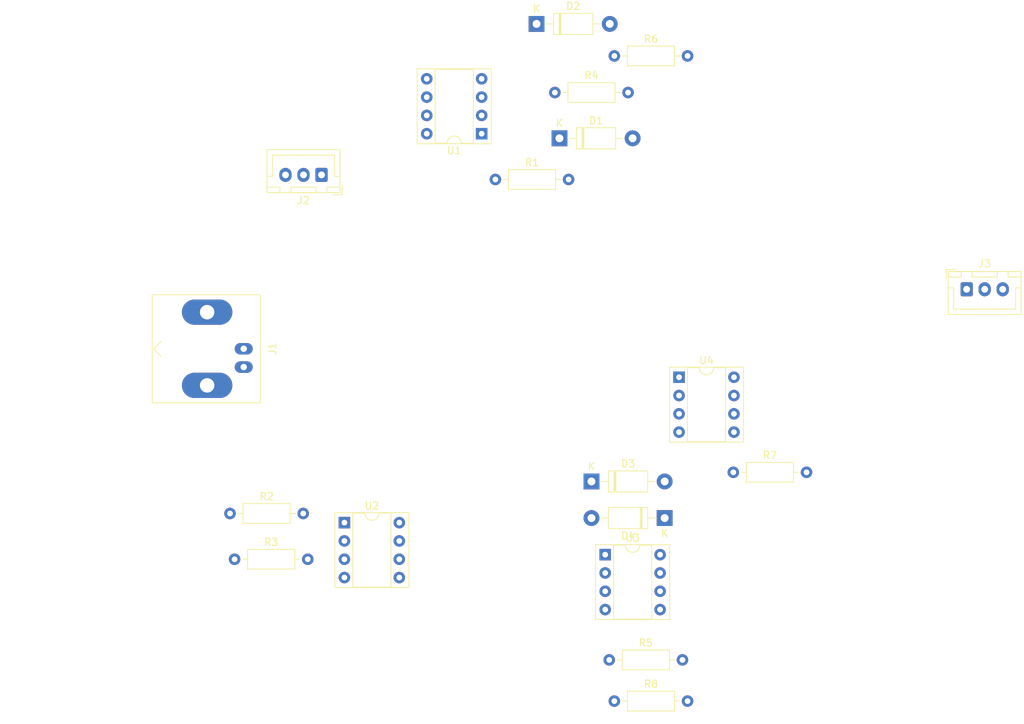
<source format=kicad_pcb>
(kicad_pcb (version 20171130) (host pcbnew "(5.1.5)-3")

  (general
    (thickness 1.6)
    (drawings 0)
    (tracks 0)
    (zones 0)
    (modules 19)
    (nets 27)
  )

  (page A4)
  (layers
    (0 F.Cu signal)
    (31 B.Cu signal)
    (32 B.Adhes user)
    (33 F.Adhes user)
    (34 B.Paste user)
    (35 F.Paste user)
    (36 B.SilkS user)
    (37 F.SilkS user)
    (38 B.Mask user)
    (39 F.Mask user)
    (40 Dwgs.User user)
    (41 Cmts.User user)
    (42 Eco1.User user)
    (43 Eco2.User user)
    (44 Edge.Cuts user)
    (45 Margin user)
    (46 B.CrtYd user)
    (47 F.CrtYd user)
    (48 B.Fab user)
    (49 F.Fab user)
  )

  (setup
    (last_trace_width 0.25)
    (trace_clearance 0.2)
    (zone_clearance 0.508)
    (zone_45_only no)
    (trace_min 0.2)
    (via_size 0.8)
    (via_drill 0.4)
    (via_min_size 0.4)
    (via_min_drill 0.3)
    (uvia_size 0.3)
    (uvia_drill 0.1)
    (uvias_allowed no)
    (uvia_min_size 0.2)
    (uvia_min_drill 0.1)
    (edge_width 0.05)
    (segment_width 0.2)
    (pcb_text_width 0.3)
    (pcb_text_size 1.5 1.5)
    (mod_edge_width 0.12)
    (mod_text_size 1 1)
    (mod_text_width 0.15)
    (pad_size 1.524 1.524)
    (pad_drill 0.762)
    (pad_to_mask_clearance 0.051)
    (solder_mask_min_width 0.25)
    (aux_axis_origin 0 0)
    (visible_elements FFFFFF7F)
    (pcbplotparams
      (layerselection 0x010fc_ffffffff)
      (usegerberextensions false)
      (usegerberattributes false)
      (usegerberadvancedattributes false)
      (creategerberjobfile false)
      (excludeedgelayer true)
      (linewidth 0.100000)
      (plotframeref false)
      (viasonmask false)
      (mode 1)
      (useauxorigin false)
      (hpglpennumber 1)
      (hpglpenspeed 20)
      (hpglpendiameter 15.000000)
      (psnegative false)
      (psa4output false)
      (plotreference true)
      (plotvalue true)
      (plotinvisibletext false)
      (padsonsilk false)
      (subtractmaskfromsilk false)
      (outputformat 1)
      (mirror false)
      (drillshape 1)
      (scaleselection 1)
      (outputdirectory ""))
  )

  (net 0 "")
  (net 1 "Net-(D1-Pad1)")
  (net 2 "Net-(D1-Pad2)")
  (net 3 "Net-(D2-Pad2)")
  (net 4 "Net-(D3-Pad1)")
  (net 5 "Net-(D3-Pad2)")
  (net 6 "Net-(D4-Pad2)")
  (net 7 GNDREF)
  (net 8 "Net-(J1-Pad1)")
  (net 9 +15V)
  (net 10 -15V)
  (net 11 "Net-(J3-Pad1)")
  (net 12 "Net-(R2-Pad2)")
  (net 13 "Net-(R3-Pad2)")
  (net 14 "Net-(R6-Pad2)")
  (net 15 "Net-(U1-Pad8)")
  (net 16 "Net-(U1-Pad5)")
  (net 17 "Net-(U1-Pad1)")
  (net 18 "Net-(U2-Pad1)")
  (net 19 "Net-(U2-Pad5)")
  (net 20 "Net-(U2-Pad8)")
  (net 21 "Net-(U3-Pad8)")
  (net 22 "Net-(U3-Pad5)")
  (net 23 "Net-(U3-Pad1)")
  (net 24 "Net-(U4-Pad1)")
  (net 25 "Net-(U4-Pad5)")
  (net 26 "Net-(U4-Pad8)")

  (net_class Default "This is the default net class."
    (clearance 0.2)
    (trace_width 0.25)
    (via_dia 0.8)
    (via_drill 0.4)
    (uvia_dia 0.3)
    (uvia_drill 0.1)
    (add_net +15V)
    (add_net -15V)
    (add_net GNDREF)
    (add_net "Net-(D1-Pad1)")
    (add_net "Net-(D1-Pad2)")
    (add_net "Net-(D2-Pad2)")
    (add_net "Net-(D3-Pad1)")
    (add_net "Net-(D3-Pad2)")
    (add_net "Net-(D4-Pad2)")
    (add_net "Net-(J1-Pad1)")
    (add_net "Net-(J3-Pad1)")
    (add_net "Net-(R2-Pad2)")
    (add_net "Net-(R3-Pad2)")
    (add_net "Net-(R6-Pad2)")
    (add_net "Net-(U1-Pad1)")
    (add_net "Net-(U1-Pad5)")
    (add_net "Net-(U1-Pad8)")
    (add_net "Net-(U2-Pad1)")
    (add_net "Net-(U2-Pad5)")
    (add_net "Net-(U2-Pad8)")
    (add_net "Net-(U3-Pad1)")
    (add_net "Net-(U3-Pad5)")
    (add_net "Net-(U3-Pad8)")
    (add_net "Net-(U4-Pad1)")
    (add_net "Net-(U4-Pad5)")
    (add_net "Net-(U4-Pad8)")
  )

  (module Diode_THT:D_DO-41_SOD81_P10.16mm_Horizontal (layer F.Cu) (tedit 5AE50CD5) (tstamp 5E582797)
    (at 147.32 32.385)
    (descr "Diode, DO-41_SOD81 series, Axial, Horizontal, pin pitch=10.16mm, , length*diameter=5.2*2.7mm^2, , http://www.diodes.com/_files/packages/DO-41%20(Plastic).pdf")
    (tags "Diode DO-41_SOD81 series Axial Horizontal pin pitch 10.16mm  length 5.2mm diameter 2.7mm")
    (path /5E57D8FC)
    (fp_text reference D1 (at 5.08 -2.47) (layer F.SilkS)
      (effects (font (size 1 1) (thickness 0.15)))
    )
    (fp_text value 1N5819 (at 5.08 2.47) (layer F.Fab)
      (effects (font (size 1 1) (thickness 0.15)))
    )
    (fp_line (start 2.48 -1.35) (end 2.48 1.35) (layer F.Fab) (width 0.1))
    (fp_line (start 2.48 1.35) (end 7.68 1.35) (layer F.Fab) (width 0.1))
    (fp_line (start 7.68 1.35) (end 7.68 -1.35) (layer F.Fab) (width 0.1))
    (fp_line (start 7.68 -1.35) (end 2.48 -1.35) (layer F.Fab) (width 0.1))
    (fp_line (start 0 0) (end 2.48 0) (layer F.Fab) (width 0.1))
    (fp_line (start 10.16 0) (end 7.68 0) (layer F.Fab) (width 0.1))
    (fp_line (start 3.26 -1.35) (end 3.26 1.35) (layer F.Fab) (width 0.1))
    (fp_line (start 3.36 -1.35) (end 3.36 1.35) (layer F.Fab) (width 0.1))
    (fp_line (start 3.16 -1.35) (end 3.16 1.35) (layer F.Fab) (width 0.1))
    (fp_line (start 2.36 -1.47) (end 2.36 1.47) (layer F.SilkS) (width 0.12))
    (fp_line (start 2.36 1.47) (end 7.8 1.47) (layer F.SilkS) (width 0.12))
    (fp_line (start 7.8 1.47) (end 7.8 -1.47) (layer F.SilkS) (width 0.12))
    (fp_line (start 7.8 -1.47) (end 2.36 -1.47) (layer F.SilkS) (width 0.12))
    (fp_line (start 1.34 0) (end 2.36 0) (layer F.SilkS) (width 0.12))
    (fp_line (start 8.82 0) (end 7.8 0) (layer F.SilkS) (width 0.12))
    (fp_line (start 3.26 -1.47) (end 3.26 1.47) (layer F.SilkS) (width 0.12))
    (fp_line (start 3.38 -1.47) (end 3.38 1.47) (layer F.SilkS) (width 0.12))
    (fp_line (start 3.14 -1.47) (end 3.14 1.47) (layer F.SilkS) (width 0.12))
    (fp_line (start -1.35 -1.6) (end -1.35 1.6) (layer F.CrtYd) (width 0.05))
    (fp_line (start -1.35 1.6) (end 11.51 1.6) (layer F.CrtYd) (width 0.05))
    (fp_line (start 11.51 1.6) (end 11.51 -1.6) (layer F.CrtYd) (width 0.05))
    (fp_line (start 11.51 -1.6) (end -1.35 -1.6) (layer F.CrtYd) (width 0.05))
    (fp_text user %R (at 5.47 0) (layer F.Fab)
      (effects (font (size 1 1) (thickness 0.15)))
    )
    (fp_text user K (at 0 -2.1) (layer F.Fab)
      (effects (font (size 1 1) (thickness 0.15)))
    )
    (fp_text user K (at 0 -2.1) (layer F.SilkS)
      (effects (font (size 1 1) (thickness 0.15)))
    )
    (pad 1 thru_hole rect (at 0 0) (size 2.2 2.2) (drill 1.1) (layers *.Cu *.Mask)
      (net 1 "Net-(D1-Pad1)"))
    (pad 2 thru_hole oval (at 10.16 0) (size 2.2 2.2) (drill 1.1) (layers *.Cu *.Mask)
      (net 2 "Net-(D1-Pad2)"))
    (model ${KISYS3DMOD}/Diode_THT.3dshapes/D_DO-41_SOD81_P10.16mm_Horizontal.wrl
      (at (xyz 0 0 0))
      (scale (xyz 1 1 1))
      (rotate (xyz 0 0 0))
    )
  )

  (module Diode_THT:D_DO-41_SOD81_P10.16mm_Horizontal (layer F.Cu) (tedit 5AE50CD5) (tstamp 5E5827B6)
    (at 144.145 16.51)
    (descr "Diode, DO-41_SOD81 series, Axial, Horizontal, pin pitch=10.16mm, , length*diameter=5.2*2.7mm^2, , http://www.diodes.com/_files/packages/DO-41%20(Plastic).pdf")
    (tags "Diode DO-41_SOD81 series Axial Horizontal pin pitch 10.16mm  length 5.2mm diameter 2.7mm")
    (path /5E57E3EC)
    (fp_text reference D2 (at 5.08 -2.47) (layer F.SilkS)
      (effects (font (size 1 1) (thickness 0.15)))
    )
    (fp_text value 1N5819 (at 5.08 2.47) (layer F.Fab)
      (effects (font (size 1 1) (thickness 0.15)))
    )
    (fp_text user K (at 0 -2.1) (layer F.SilkS)
      (effects (font (size 1 1) (thickness 0.15)))
    )
    (fp_text user K (at 0 -2.1) (layer F.Fab)
      (effects (font (size 1 1) (thickness 0.15)))
    )
    (fp_text user %R (at 5.47 0) (layer F.Fab)
      (effects (font (size 1 1) (thickness 0.15)))
    )
    (fp_line (start 11.51 -1.6) (end -1.35 -1.6) (layer F.CrtYd) (width 0.05))
    (fp_line (start 11.51 1.6) (end 11.51 -1.6) (layer F.CrtYd) (width 0.05))
    (fp_line (start -1.35 1.6) (end 11.51 1.6) (layer F.CrtYd) (width 0.05))
    (fp_line (start -1.35 -1.6) (end -1.35 1.6) (layer F.CrtYd) (width 0.05))
    (fp_line (start 3.14 -1.47) (end 3.14 1.47) (layer F.SilkS) (width 0.12))
    (fp_line (start 3.38 -1.47) (end 3.38 1.47) (layer F.SilkS) (width 0.12))
    (fp_line (start 3.26 -1.47) (end 3.26 1.47) (layer F.SilkS) (width 0.12))
    (fp_line (start 8.82 0) (end 7.8 0) (layer F.SilkS) (width 0.12))
    (fp_line (start 1.34 0) (end 2.36 0) (layer F.SilkS) (width 0.12))
    (fp_line (start 7.8 -1.47) (end 2.36 -1.47) (layer F.SilkS) (width 0.12))
    (fp_line (start 7.8 1.47) (end 7.8 -1.47) (layer F.SilkS) (width 0.12))
    (fp_line (start 2.36 1.47) (end 7.8 1.47) (layer F.SilkS) (width 0.12))
    (fp_line (start 2.36 -1.47) (end 2.36 1.47) (layer F.SilkS) (width 0.12))
    (fp_line (start 3.16 -1.35) (end 3.16 1.35) (layer F.Fab) (width 0.1))
    (fp_line (start 3.36 -1.35) (end 3.36 1.35) (layer F.Fab) (width 0.1))
    (fp_line (start 3.26 -1.35) (end 3.26 1.35) (layer F.Fab) (width 0.1))
    (fp_line (start 10.16 0) (end 7.68 0) (layer F.Fab) (width 0.1))
    (fp_line (start 0 0) (end 2.48 0) (layer F.Fab) (width 0.1))
    (fp_line (start 7.68 -1.35) (end 2.48 -1.35) (layer F.Fab) (width 0.1))
    (fp_line (start 7.68 1.35) (end 7.68 -1.35) (layer F.Fab) (width 0.1))
    (fp_line (start 2.48 1.35) (end 7.68 1.35) (layer F.Fab) (width 0.1))
    (fp_line (start 2.48 -1.35) (end 2.48 1.35) (layer F.Fab) (width 0.1))
    (pad 2 thru_hole oval (at 10.16 0) (size 2.2 2.2) (drill 1.1) (layers *.Cu *.Mask)
      (net 3 "Net-(D2-Pad2)"))
    (pad 1 thru_hole rect (at 0 0) (size 2.2 2.2) (drill 1.1) (layers *.Cu *.Mask)
      (net 2 "Net-(D1-Pad2)"))
    (model ${KISYS3DMOD}/Diode_THT.3dshapes/D_DO-41_SOD81_P10.16mm_Horizontal.wrl
      (at (xyz 0 0 0))
      (scale (xyz 1 1 1))
      (rotate (xyz 0 0 0))
    )
  )

  (module Diode_THT:D_DO-41_SOD81_P10.16mm_Horizontal (layer F.Cu) (tedit 5AE50CD5) (tstamp 5E5827D5)
    (at 151.765 80.01)
    (descr "Diode, DO-41_SOD81 series, Axial, Horizontal, pin pitch=10.16mm, , length*diameter=5.2*2.7mm^2, , http://www.diodes.com/_files/packages/DO-41%20(Plastic).pdf")
    (tags "Diode DO-41_SOD81 series Axial Horizontal pin pitch 10.16mm  length 5.2mm diameter 2.7mm")
    (path /5E613691)
    (fp_text reference D3 (at 5.08 -2.47) (layer F.SilkS)
      (effects (font (size 1 1) (thickness 0.15)))
    )
    (fp_text value 1N5819 (at 5.08 2.47) (layer F.Fab)
      (effects (font (size 1 1) (thickness 0.15)))
    )
    (fp_line (start 2.48 -1.35) (end 2.48 1.35) (layer F.Fab) (width 0.1))
    (fp_line (start 2.48 1.35) (end 7.68 1.35) (layer F.Fab) (width 0.1))
    (fp_line (start 7.68 1.35) (end 7.68 -1.35) (layer F.Fab) (width 0.1))
    (fp_line (start 7.68 -1.35) (end 2.48 -1.35) (layer F.Fab) (width 0.1))
    (fp_line (start 0 0) (end 2.48 0) (layer F.Fab) (width 0.1))
    (fp_line (start 10.16 0) (end 7.68 0) (layer F.Fab) (width 0.1))
    (fp_line (start 3.26 -1.35) (end 3.26 1.35) (layer F.Fab) (width 0.1))
    (fp_line (start 3.36 -1.35) (end 3.36 1.35) (layer F.Fab) (width 0.1))
    (fp_line (start 3.16 -1.35) (end 3.16 1.35) (layer F.Fab) (width 0.1))
    (fp_line (start 2.36 -1.47) (end 2.36 1.47) (layer F.SilkS) (width 0.12))
    (fp_line (start 2.36 1.47) (end 7.8 1.47) (layer F.SilkS) (width 0.12))
    (fp_line (start 7.8 1.47) (end 7.8 -1.47) (layer F.SilkS) (width 0.12))
    (fp_line (start 7.8 -1.47) (end 2.36 -1.47) (layer F.SilkS) (width 0.12))
    (fp_line (start 1.34 0) (end 2.36 0) (layer F.SilkS) (width 0.12))
    (fp_line (start 8.82 0) (end 7.8 0) (layer F.SilkS) (width 0.12))
    (fp_line (start 3.26 -1.47) (end 3.26 1.47) (layer F.SilkS) (width 0.12))
    (fp_line (start 3.38 -1.47) (end 3.38 1.47) (layer F.SilkS) (width 0.12))
    (fp_line (start 3.14 -1.47) (end 3.14 1.47) (layer F.SilkS) (width 0.12))
    (fp_line (start -1.35 -1.6) (end -1.35 1.6) (layer F.CrtYd) (width 0.05))
    (fp_line (start -1.35 1.6) (end 11.51 1.6) (layer F.CrtYd) (width 0.05))
    (fp_line (start 11.51 1.6) (end 11.51 -1.6) (layer F.CrtYd) (width 0.05))
    (fp_line (start 11.51 -1.6) (end -1.35 -1.6) (layer F.CrtYd) (width 0.05))
    (fp_text user %R (at 5.47 0) (layer F.Fab)
      (effects (font (size 1 1) (thickness 0.15)))
    )
    (fp_text user K (at 0 -2.1) (layer F.Fab)
      (effects (font (size 1 1) (thickness 0.15)))
    )
    (fp_text user K (at 0 -2.1) (layer F.SilkS)
      (effects (font (size 1 1) (thickness 0.15)))
    )
    (pad 1 thru_hole rect (at 0 0) (size 2.2 2.2) (drill 1.1) (layers *.Cu *.Mask)
      (net 4 "Net-(D3-Pad1)"))
    (pad 2 thru_hole oval (at 10.16 0) (size 2.2 2.2) (drill 1.1) (layers *.Cu *.Mask)
      (net 5 "Net-(D3-Pad2)"))
    (model ${KISYS3DMOD}/Diode_THT.3dshapes/D_DO-41_SOD81_P10.16mm_Horizontal.wrl
      (at (xyz 0 0 0))
      (scale (xyz 1 1 1))
      (rotate (xyz 0 0 0))
    )
  )

  (module Diode_THT:D_DO-41_SOD81_P10.16mm_Horizontal (layer F.Cu) (tedit 5AE50CD5) (tstamp 5E5827F4)
    (at 161.925 85.09 180)
    (descr "Diode, DO-41_SOD81 series, Axial, Horizontal, pin pitch=10.16mm, , length*diameter=5.2*2.7mm^2, , http://www.diodes.com/_files/packages/DO-41%20(Plastic).pdf")
    (tags "Diode DO-41_SOD81 series Axial Horizontal pin pitch 10.16mm  length 5.2mm diameter 2.7mm")
    (path /5E613EF9)
    (fp_text reference D4 (at 5.08 -2.47) (layer F.SilkS)
      (effects (font (size 1 1) (thickness 0.15)))
    )
    (fp_text value 1N5819 (at 5.08 2.47) (layer F.Fab)
      (effects (font (size 1 1) (thickness 0.15)))
    )
    (fp_text user K (at 0 -2.1) (layer F.SilkS)
      (effects (font (size 1 1) (thickness 0.15)))
    )
    (fp_text user K (at 0 -2.1) (layer F.Fab)
      (effects (font (size 1 1) (thickness 0.15)))
    )
    (fp_text user %R (at 5.47 0) (layer F.Fab)
      (effects (font (size 1 1) (thickness 0.15)))
    )
    (fp_line (start 11.51 -1.6) (end -1.35 -1.6) (layer F.CrtYd) (width 0.05))
    (fp_line (start 11.51 1.6) (end 11.51 -1.6) (layer F.CrtYd) (width 0.05))
    (fp_line (start -1.35 1.6) (end 11.51 1.6) (layer F.CrtYd) (width 0.05))
    (fp_line (start -1.35 -1.6) (end -1.35 1.6) (layer F.CrtYd) (width 0.05))
    (fp_line (start 3.14 -1.47) (end 3.14 1.47) (layer F.SilkS) (width 0.12))
    (fp_line (start 3.38 -1.47) (end 3.38 1.47) (layer F.SilkS) (width 0.12))
    (fp_line (start 3.26 -1.47) (end 3.26 1.47) (layer F.SilkS) (width 0.12))
    (fp_line (start 8.82 0) (end 7.8 0) (layer F.SilkS) (width 0.12))
    (fp_line (start 1.34 0) (end 2.36 0) (layer F.SilkS) (width 0.12))
    (fp_line (start 7.8 -1.47) (end 2.36 -1.47) (layer F.SilkS) (width 0.12))
    (fp_line (start 7.8 1.47) (end 7.8 -1.47) (layer F.SilkS) (width 0.12))
    (fp_line (start 2.36 1.47) (end 7.8 1.47) (layer F.SilkS) (width 0.12))
    (fp_line (start 2.36 -1.47) (end 2.36 1.47) (layer F.SilkS) (width 0.12))
    (fp_line (start 3.16 -1.35) (end 3.16 1.35) (layer F.Fab) (width 0.1))
    (fp_line (start 3.36 -1.35) (end 3.36 1.35) (layer F.Fab) (width 0.1))
    (fp_line (start 3.26 -1.35) (end 3.26 1.35) (layer F.Fab) (width 0.1))
    (fp_line (start 10.16 0) (end 7.68 0) (layer F.Fab) (width 0.1))
    (fp_line (start 0 0) (end 2.48 0) (layer F.Fab) (width 0.1))
    (fp_line (start 7.68 -1.35) (end 2.48 -1.35) (layer F.Fab) (width 0.1))
    (fp_line (start 7.68 1.35) (end 7.68 -1.35) (layer F.Fab) (width 0.1))
    (fp_line (start 2.48 1.35) (end 7.68 1.35) (layer F.Fab) (width 0.1))
    (fp_line (start 2.48 -1.35) (end 2.48 1.35) (layer F.Fab) (width 0.1))
    (pad 2 thru_hole oval (at 10.16 0 180) (size 2.2 2.2) (drill 1.1) (layers *.Cu *.Mask)
      (net 6 "Net-(D4-Pad2)"))
    (pad 1 thru_hole rect (at 0 0 180) (size 2.2 2.2) (drill 1.1) (layers *.Cu *.Mask)
      (net 5 "Net-(D3-Pad2)"))
    (model ${KISYS3DMOD}/Diode_THT.3dshapes/D_DO-41_SOD81_P10.16mm_Horizontal.wrl
      (at (xyz 0 0 0))
      (scale (xyz 1 1 1))
      (rotate (xyz 0 0 0))
    )
  )

  (module Connector_Coaxial:BNC_Amphenol_B6252HB-NPP3G-50_Horizontal (layer F.Cu) (tedit 5C13907B) (tstamp 5E582819)
    (at 103.505 61.595 90)
    (descr http://www.farnell.com/datasheets/612848.pdf)
    (tags "BNC Amphenol Horizontal")
    (path /5E588590)
    (fp_text reference J1 (at 0 4 90) (layer F.SilkS)
      (effects (font (size 1 1) (thickness 0.15)))
    )
    (fp_text value AI (at 0 6 270) (layer F.Fab)
      (effects (font (size 1 1) (thickness 0.15)))
    )
    (fp_line (start -5 -20) (end 5 -21) (layer F.Fab) (width 0.1))
    (fp_line (start -5 -19) (end 5 -20) (layer F.Fab) (width 0.1))
    (fp_line (start -5 -18) (end 5 -19) (layer F.Fab) (width 0.1))
    (fp_line (start -5 -17) (end 5 -18) (layer F.Fab) (width 0.1))
    (fp_line (start -5 -16) (end 5 -17) (layer F.Fab) (width 0.1))
    (fp_line (start -5 -15) (end 5 -16) (layer F.Fab) (width 0.1))
    (fp_circle (center 0 -28.07) (end 1 -28.07) (layer F.Fab) (width 0.1))
    (fp_line (start 4.8 -21.4) (end 4.8 -33.3) (layer F.Fab) (width 0.1))
    (fp_line (start 4.8 -33.3) (end -4.8 -33.3) (layer F.Fab) (width 0.1))
    (fp_line (start -4.8 -33.3) (end -4.8 -21.4) (layer F.Fab) (width 0.1))
    (fp_line (start 6.35 -12.7) (end 6.35 -21.4) (layer F.Fab) (width 0.1))
    (fp_line (start 6.35 -21.4) (end -6.35 -21.4) (layer F.Fab) (width 0.1))
    (fp_line (start -6.35 -21.4) (end -6.35 -12.7) (layer F.Fab) (width 0.1))
    (fp_line (start -7.35 2.2) (end 7.35 2.2) (layer F.Fab) (width 0.1))
    (fp_line (start 7.35 2.2) (end 7.35 -12.7) (layer F.Fab) (width 0.1))
    (fp_line (start 7.35 -12.7) (end -7.35 -12.7) (layer F.Fab) (width 0.1))
    (fp_line (start -7.35 -12.7) (end -7.35 2.2) (layer F.Fab) (width 0.1))
    (fp_text user %R (at 0 0 90) (layer F.Fab)
      (effects (font (size 1 1) (thickness 0.15)))
    )
    (fp_line (start -5 -14) (end 5 -15) (layer F.Fab) (width 0.1))
    (fp_line (start -7.5 -12.7) (end 7.5 -12.7) (layer F.SilkS) (width 0.12))
    (fp_line (start 7.5 -12.7) (end 7.5 2.3) (layer F.SilkS) (width 0.12))
    (fp_line (start 7.5 2.3) (end -7.5 2.3) (layer F.SilkS) (width 0.12))
    (fp_line (start -7.5 2.3) (end -7.5 -12.7) (layer F.SilkS) (width 0.12))
    (fp_line (start -7.85 2.7) (end 7.85 2.7) (layer F.CrtYd) (width 0.05))
    (fp_line (start -7.85 2.7) (end -7.85 -33.8) (layer F.CrtYd) (width 0.05))
    (fp_line (start 7.85 -33.8) (end -7.85 -33.8) (layer F.CrtYd) (width 0.05))
    (fp_line (start 7.85 2.7) (end 7.85 -33.8) (layer F.CrtYd) (width 0.05))
    (fp_line (start 0 -12.5) (end -1 -11.5) (layer F.SilkS) (width 0.12))
    (fp_line (start 0 -12.5) (end 1 -11.5) (layer F.SilkS) (width 0.12))
    (pad 2 thru_hole oval (at -5.08 -5.08 90) (size 3.5 7) (drill 2.01) (layers *.Cu *.Mask)
      (net 7 GNDREF))
    (pad 2 thru_hole oval (at 5.08 -5.08 90) (size 3.5 7) (drill 2.01) (layers *.Cu *.Mask)
      (net 7 GNDREF))
    (pad 1 thru_hole oval (at 0 0 90) (size 1.6 2.5) (drill 0.89) (layers *.Cu *.Mask)
      (net 8 "Net-(J1-Pad1)"))
    (pad 2 thru_hole oval (at -2.54 0 90) (size 1.6 2.5) (drill 0.89) (layers *.Cu *.Mask)
      (net 7 GNDREF))
    (model ${KISYS3DMOD}/Connector_Coaxial.3dshapes/BNC_Amphenol_B6252HB-NPP3G-50_Horizontal.wrl
      (at (xyz 0 0 0))
      (scale (xyz 1 1 1))
      (rotate (xyz 0 0 0))
    )
  )

  (module Connector_JST:JST_XH_B3B-XH-A_1x03_P2.50mm_Vertical (layer F.Cu) (tedit 5C28146C) (tstamp 5E582843)
    (at 114.3 37.465 180)
    (descr "JST XH series connector, B3B-XH-A (http://www.jst-mfg.com/product/pdf/eng/eXH.pdf), generated with kicad-footprint-generator")
    (tags "connector JST XH vertical")
    (path /5E5848EA)
    (fp_text reference J2 (at 2.5 -3.55) (layer F.SilkS)
      (effects (font (size 1 1) (thickness 0.15)))
    )
    (fp_text value +15_gnd_-15v (at 2.5 4.6) (layer F.Fab)
      (effects (font (size 1 1) (thickness 0.15)))
    )
    (fp_line (start -2.45 -2.35) (end -2.45 3.4) (layer F.Fab) (width 0.1))
    (fp_line (start -2.45 3.4) (end 7.45 3.4) (layer F.Fab) (width 0.1))
    (fp_line (start 7.45 3.4) (end 7.45 -2.35) (layer F.Fab) (width 0.1))
    (fp_line (start 7.45 -2.35) (end -2.45 -2.35) (layer F.Fab) (width 0.1))
    (fp_line (start -2.56 -2.46) (end -2.56 3.51) (layer F.SilkS) (width 0.12))
    (fp_line (start -2.56 3.51) (end 7.56 3.51) (layer F.SilkS) (width 0.12))
    (fp_line (start 7.56 3.51) (end 7.56 -2.46) (layer F.SilkS) (width 0.12))
    (fp_line (start 7.56 -2.46) (end -2.56 -2.46) (layer F.SilkS) (width 0.12))
    (fp_line (start -2.95 -2.85) (end -2.95 3.9) (layer F.CrtYd) (width 0.05))
    (fp_line (start -2.95 3.9) (end 7.95 3.9) (layer F.CrtYd) (width 0.05))
    (fp_line (start 7.95 3.9) (end 7.95 -2.85) (layer F.CrtYd) (width 0.05))
    (fp_line (start 7.95 -2.85) (end -2.95 -2.85) (layer F.CrtYd) (width 0.05))
    (fp_line (start -0.625 -2.35) (end 0 -1.35) (layer F.Fab) (width 0.1))
    (fp_line (start 0 -1.35) (end 0.625 -2.35) (layer F.Fab) (width 0.1))
    (fp_line (start 0.75 -2.45) (end 0.75 -1.7) (layer F.SilkS) (width 0.12))
    (fp_line (start 0.75 -1.7) (end 4.25 -1.7) (layer F.SilkS) (width 0.12))
    (fp_line (start 4.25 -1.7) (end 4.25 -2.45) (layer F.SilkS) (width 0.12))
    (fp_line (start 4.25 -2.45) (end 0.75 -2.45) (layer F.SilkS) (width 0.12))
    (fp_line (start -2.55 -2.45) (end -2.55 -1.7) (layer F.SilkS) (width 0.12))
    (fp_line (start -2.55 -1.7) (end -0.75 -1.7) (layer F.SilkS) (width 0.12))
    (fp_line (start -0.75 -1.7) (end -0.75 -2.45) (layer F.SilkS) (width 0.12))
    (fp_line (start -0.75 -2.45) (end -2.55 -2.45) (layer F.SilkS) (width 0.12))
    (fp_line (start 5.75 -2.45) (end 5.75 -1.7) (layer F.SilkS) (width 0.12))
    (fp_line (start 5.75 -1.7) (end 7.55 -1.7) (layer F.SilkS) (width 0.12))
    (fp_line (start 7.55 -1.7) (end 7.55 -2.45) (layer F.SilkS) (width 0.12))
    (fp_line (start 7.55 -2.45) (end 5.75 -2.45) (layer F.SilkS) (width 0.12))
    (fp_line (start -2.55 -0.2) (end -1.8 -0.2) (layer F.SilkS) (width 0.12))
    (fp_line (start -1.8 -0.2) (end -1.8 2.75) (layer F.SilkS) (width 0.12))
    (fp_line (start -1.8 2.75) (end 2.5 2.75) (layer F.SilkS) (width 0.12))
    (fp_line (start 7.55 -0.2) (end 6.8 -0.2) (layer F.SilkS) (width 0.12))
    (fp_line (start 6.8 -0.2) (end 6.8 2.75) (layer F.SilkS) (width 0.12))
    (fp_line (start 6.8 2.75) (end 2.5 2.75) (layer F.SilkS) (width 0.12))
    (fp_line (start -1.6 -2.75) (end -2.85 -2.75) (layer F.SilkS) (width 0.12))
    (fp_line (start -2.85 -2.75) (end -2.85 -1.5) (layer F.SilkS) (width 0.12))
    (fp_text user %R (at 2.5 2.7) (layer F.Fab)
      (effects (font (size 1 1) (thickness 0.15)))
    )
    (pad 1 thru_hole roundrect (at 0 0 180) (size 1.7 1.95) (drill 0.95) (layers *.Cu *.Mask) (roundrect_rratio 0.147059)
      (net 9 +15V))
    (pad 2 thru_hole oval (at 2.5 0 180) (size 1.7 1.95) (drill 0.95) (layers *.Cu *.Mask)
      (net 7 GNDREF))
    (pad 3 thru_hole oval (at 5 0 180) (size 1.7 1.95) (drill 0.95) (layers *.Cu *.Mask)
      (net 10 -15V))
    (model ${KISYS3DMOD}/Connector_JST.3dshapes/JST_XH_B3B-XH-A_1x03_P2.50mm_Vertical.wrl
      (at (xyz 0 0 0))
      (scale (xyz 1 1 1))
      (rotate (xyz 0 0 0))
    )
  )

  (module Connector_JST:JST_XH_B3B-XH-A_1x03_P2.50mm_Vertical (layer F.Cu) (tedit 5C28146C) (tstamp 5E58286D)
    (at 203.835 53.34)
    (descr "JST XH series connector, B3B-XH-A (http://www.jst-mfg.com/product/pdf/eng/eXH.pdf), generated with kicad-footprint-generator")
    (tags "connector JST XH vertical")
    (path /5E621612)
    (fp_text reference J3 (at 2.5 -3.55) (layer F.SilkS)
      (effects (font (size 1 1) (thickness 0.15)))
    )
    (fp_text value "to galvo" (at 2.5 4.6) (layer F.Fab)
      (effects (font (size 1 1) (thickness 0.15)))
    )
    (fp_text user %R (at 2.5 2.7) (layer F.Fab)
      (effects (font (size 1 1) (thickness 0.15)))
    )
    (fp_line (start -2.85 -2.75) (end -2.85 -1.5) (layer F.SilkS) (width 0.12))
    (fp_line (start -1.6 -2.75) (end -2.85 -2.75) (layer F.SilkS) (width 0.12))
    (fp_line (start 6.8 2.75) (end 2.5 2.75) (layer F.SilkS) (width 0.12))
    (fp_line (start 6.8 -0.2) (end 6.8 2.75) (layer F.SilkS) (width 0.12))
    (fp_line (start 7.55 -0.2) (end 6.8 -0.2) (layer F.SilkS) (width 0.12))
    (fp_line (start -1.8 2.75) (end 2.5 2.75) (layer F.SilkS) (width 0.12))
    (fp_line (start -1.8 -0.2) (end -1.8 2.75) (layer F.SilkS) (width 0.12))
    (fp_line (start -2.55 -0.2) (end -1.8 -0.2) (layer F.SilkS) (width 0.12))
    (fp_line (start 7.55 -2.45) (end 5.75 -2.45) (layer F.SilkS) (width 0.12))
    (fp_line (start 7.55 -1.7) (end 7.55 -2.45) (layer F.SilkS) (width 0.12))
    (fp_line (start 5.75 -1.7) (end 7.55 -1.7) (layer F.SilkS) (width 0.12))
    (fp_line (start 5.75 -2.45) (end 5.75 -1.7) (layer F.SilkS) (width 0.12))
    (fp_line (start -0.75 -2.45) (end -2.55 -2.45) (layer F.SilkS) (width 0.12))
    (fp_line (start -0.75 -1.7) (end -0.75 -2.45) (layer F.SilkS) (width 0.12))
    (fp_line (start -2.55 -1.7) (end -0.75 -1.7) (layer F.SilkS) (width 0.12))
    (fp_line (start -2.55 -2.45) (end -2.55 -1.7) (layer F.SilkS) (width 0.12))
    (fp_line (start 4.25 -2.45) (end 0.75 -2.45) (layer F.SilkS) (width 0.12))
    (fp_line (start 4.25 -1.7) (end 4.25 -2.45) (layer F.SilkS) (width 0.12))
    (fp_line (start 0.75 -1.7) (end 4.25 -1.7) (layer F.SilkS) (width 0.12))
    (fp_line (start 0.75 -2.45) (end 0.75 -1.7) (layer F.SilkS) (width 0.12))
    (fp_line (start 0 -1.35) (end 0.625 -2.35) (layer F.Fab) (width 0.1))
    (fp_line (start -0.625 -2.35) (end 0 -1.35) (layer F.Fab) (width 0.1))
    (fp_line (start 7.95 -2.85) (end -2.95 -2.85) (layer F.CrtYd) (width 0.05))
    (fp_line (start 7.95 3.9) (end 7.95 -2.85) (layer F.CrtYd) (width 0.05))
    (fp_line (start -2.95 3.9) (end 7.95 3.9) (layer F.CrtYd) (width 0.05))
    (fp_line (start -2.95 -2.85) (end -2.95 3.9) (layer F.CrtYd) (width 0.05))
    (fp_line (start 7.56 -2.46) (end -2.56 -2.46) (layer F.SilkS) (width 0.12))
    (fp_line (start 7.56 3.51) (end 7.56 -2.46) (layer F.SilkS) (width 0.12))
    (fp_line (start -2.56 3.51) (end 7.56 3.51) (layer F.SilkS) (width 0.12))
    (fp_line (start -2.56 -2.46) (end -2.56 3.51) (layer F.SilkS) (width 0.12))
    (fp_line (start 7.45 -2.35) (end -2.45 -2.35) (layer F.Fab) (width 0.1))
    (fp_line (start 7.45 3.4) (end 7.45 -2.35) (layer F.Fab) (width 0.1))
    (fp_line (start -2.45 3.4) (end 7.45 3.4) (layer F.Fab) (width 0.1))
    (fp_line (start -2.45 -2.35) (end -2.45 3.4) (layer F.Fab) (width 0.1))
    (pad 3 thru_hole oval (at 5 0) (size 1.7 1.95) (drill 0.95) (layers *.Cu *.Mask)
      (net 6 "Net-(D4-Pad2)"))
    (pad 2 thru_hole oval (at 2.5 0) (size 1.7 1.95) (drill 0.95) (layers *.Cu *.Mask)
      (net 7 GNDREF))
    (pad 1 thru_hole roundrect (at 0 0) (size 1.7 1.95) (drill 0.95) (layers *.Cu *.Mask) (roundrect_rratio 0.147059)
      (net 11 "Net-(J3-Pad1)"))
    (model ${KISYS3DMOD}/Connector_JST.3dshapes/JST_XH_B3B-XH-A_1x03_P2.50mm_Vertical.wrl
      (at (xyz 0 0 0))
      (scale (xyz 1 1 1))
      (rotate (xyz 0 0 0))
    )
  )

  (module Resistor_THT:R_Axial_DIN0207_L6.3mm_D2.5mm_P10.16mm_Horizontal (layer F.Cu) (tedit 5AE5139B) (tstamp 5E582884)
    (at 138.43 38.1)
    (descr "Resistor, Axial_DIN0207 series, Axial, Horizontal, pin pitch=10.16mm, 0.25W = 1/4W, length*diameter=6.3*2.5mm^2, http://cdn-reichelt.de/documents/datenblatt/B400/1_4W%23YAG.pdf")
    (tags "Resistor Axial_DIN0207 series Axial Horizontal pin pitch 10.16mm 0.25W = 1/4W length 6.3mm diameter 2.5mm")
    (path /5E569F27)
    (fp_text reference R1 (at 5.08 -2.37) (layer F.SilkS)
      (effects (font (size 1 1) (thickness 0.15)))
    )
    (fp_text value 10k (at 5.08 2.37) (layer F.Fab)
      (effects (font (size 1 1) (thickness 0.15)))
    )
    (fp_line (start 1.93 -1.25) (end 1.93 1.25) (layer F.Fab) (width 0.1))
    (fp_line (start 1.93 1.25) (end 8.23 1.25) (layer F.Fab) (width 0.1))
    (fp_line (start 8.23 1.25) (end 8.23 -1.25) (layer F.Fab) (width 0.1))
    (fp_line (start 8.23 -1.25) (end 1.93 -1.25) (layer F.Fab) (width 0.1))
    (fp_line (start 0 0) (end 1.93 0) (layer F.Fab) (width 0.1))
    (fp_line (start 10.16 0) (end 8.23 0) (layer F.Fab) (width 0.1))
    (fp_line (start 1.81 -1.37) (end 1.81 1.37) (layer F.SilkS) (width 0.12))
    (fp_line (start 1.81 1.37) (end 8.35 1.37) (layer F.SilkS) (width 0.12))
    (fp_line (start 8.35 1.37) (end 8.35 -1.37) (layer F.SilkS) (width 0.12))
    (fp_line (start 8.35 -1.37) (end 1.81 -1.37) (layer F.SilkS) (width 0.12))
    (fp_line (start 1.04 0) (end 1.81 0) (layer F.SilkS) (width 0.12))
    (fp_line (start 9.12 0) (end 8.35 0) (layer F.SilkS) (width 0.12))
    (fp_line (start -1.05 -1.5) (end -1.05 1.5) (layer F.CrtYd) (width 0.05))
    (fp_line (start -1.05 1.5) (end 11.21 1.5) (layer F.CrtYd) (width 0.05))
    (fp_line (start 11.21 1.5) (end 11.21 -1.5) (layer F.CrtYd) (width 0.05))
    (fp_line (start 11.21 -1.5) (end -1.05 -1.5) (layer F.CrtYd) (width 0.05))
    (fp_text user %R (at 5.08 0) (layer F.Fab)
      (effects (font (size 1 1) (thickness 0.15)))
    )
    (pad 1 thru_hole circle (at 0 0) (size 1.6 1.6) (drill 0.8) (layers *.Cu *.Mask)
      (net 8 "Net-(J1-Pad1)"))
    (pad 2 thru_hole oval (at 10.16 0) (size 1.6 1.6) (drill 0.8) (layers *.Cu *.Mask)
      (net 1 "Net-(D1-Pad1)"))
    (model ${KISYS3DMOD}/Resistor_THT.3dshapes/R_Axial_DIN0207_L6.3mm_D2.5mm_P10.16mm_Horizontal.wrl
      (at (xyz 0 0 0))
      (scale (xyz 1 1 1))
      (rotate (xyz 0 0 0))
    )
  )

  (module Resistor_THT:R_Axial_DIN0207_L6.3mm_D2.5mm_P10.16mm_Horizontal (layer F.Cu) (tedit 5AE5139B) (tstamp 5E58289B)
    (at 101.6 84.455)
    (descr "Resistor, Axial_DIN0207 series, Axial, Horizontal, pin pitch=10.16mm, 0.25W = 1/4W, length*diameter=6.3*2.5mm^2, http://cdn-reichelt.de/documents/datenblatt/B400/1_4W%23YAG.pdf")
    (tags "Resistor Axial_DIN0207 series Axial Horizontal pin pitch 10.16mm 0.25W = 1/4W length 6.3mm diameter 2.5mm")
    (path /5E5D2E5E)
    (fp_text reference R2 (at 5.08 -2.37) (layer F.SilkS)
      (effects (font (size 1 1) (thickness 0.15)))
    )
    (fp_text value 10k (at 5.08 2.37) (layer F.Fab)
      (effects (font (size 1 1) (thickness 0.15)))
    )
    (fp_line (start 1.93 -1.25) (end 1.93 1.25) (layer F.Fab) (width 0.1))
    (fp_line (start 1.93 1.25) (end 8.23 1.25) (layer F.Fab) (width 0.1))
    (fp_line (start 8.23 1.25) (end 8.23 -1.25) (layer F.Fab) (width 0.1))
    (fp_line (start 8.23 -1.25) (end 1.93 -1.25) (layer F.Fab) (width 0.1))
    (fp_line (start 0 0) (end 1.93 0) (layer F.Fab) (width 0.1))
    (fp_line (start 10.16 0) (end 8.23 0) (layer F.Fab) (width 0.1))
    (fp_line (start 1.81 -1.37) (end 1.81 1.37) (layer F.SilkS) (width 0.12))
    (fp_line (start 1.81 1.37) (end 8.35 1.37) (layer F.SilkS) (width 0.12))
    (fp_line (start 8.35 1.37) (end 8.35 -1.37) (layer F.SilkS) (width 0.12))
    (fp_line (start 8.35 -1.37) (end 1.81 -1.37) (layer F.SilkS) (width 0.12))
    (fp_line (start 1.04 0) (end 1.81 0) (layer F.SilkS) (width 0.12))
    (fp_line (start 9.12 0) (end 8.35 0) (layer F.SilkS) (width 0.12))
    (fp_line (start -1.05 -1.5) (end -1.05 1.5) (layer F.CrtYd) (width 0.05))
    (fp_line (start -1.05 1.5) (end 11.21 1.5) (layer F.CrtYd) (width 0.05))
    (fp_line (start 11.21 1.5) (end 11.21 -1.5) (layer F.CrtYd) (width 0.05))
    (fp_line (start 11.21 -1.5) (end -1.05 -1.5) (layer F.CrtYd) (width 0.05))
    (fp_text user %R (at 5.08 0) (layer F.Fab)
      (effects (font (size 1 1) (thickness 0.15)))
    )
    (pad 1 thru_hole circle (at 0 0) (size 1.6 1.6) (drill 0.8) (layers *.Cu *.Mask)
      (net 8 "Net-(J1-Pad1)"))
    (pad 2 thru_hole oval (at 10.16 0) (size 1.6 1.6) (drill 0.8) (layers *.Cu *.Mask)
      (net 12 "Net-(R2-Pad2)"))
    (model ${KISYS3DMOD}/Resistor_THT.3dshapes/R_Axial_DIN0207_L6.3mm_D2.5mm_P10.16mm_Horizontal.wrl
      (at (xyz 0 0 0))
      (scale (xyz 1 1 1))
      (rotate (xyz 0 0 0))
    )
  )

  (module Resistor_THT:R_Axial_DIN0207_L6.3mm_D2.5mm_P10.16mm_Horizontal (layer F.Cu) (tedit 5AE5139B) (tstamp 5E5828B2)
    (at 102.235 90.805)
    (descr "Resistor, Axial_DIN0207 series, Axial, Horizontal, pin pitch=10.16mm, 0.25W = 1/4W, length*diameter=6.3*2.5mm^2, http://cdn-reichelt.de/documents/datenblatt/B400/1_4W%23YAG.pdf")
    (tags "Resistor Axial_DIN0207 series Axial Horizontal pin pitch 10.16mm 0.25W = 1/4W length 6.3mm diameter 2.5mm")
    (path /5E5C878F)
    (fp_text reference R3 (at 5.08 -2.37) (layer F.SilkS)
      (effects (font (size 1 1) (thickness 0.15)))
    )
    (fp_text value 10k (at 5.08 2.37) (layer F.Fab)
      (effects (font (size 1 1) (thickness 0.15)))
    )
    (fp_text user %R (at 5.08 0) (layer F.Fab)
      (effects (font (size 1 1) (thickness 0.15)))
    )
    (fp_line (start 11.21 -1.5) (end -1.05 -1.5) (layer F.CrtYd) (width 0.05))
    (fp_line (start 11.21 1.5) (end 11.21 -1.5) (layer F.CrtYd) (width 0.05))
    (fp_line (start -1.05 1.5) (end 11.21 1.5) (layer F.CrtYd) (width 0.05))
    (fp_line (start -1.05 -1.5) (end -1.05 1.5) (layer F.CrtYd) (width 0.05))
    (fp_line (start 9.12 0) (end 8.35 0) (layer F.SilkS) (width 0.12))
    (fp_line (start 1.04 0) (end 1.81 0) (layer F.SilkS) (width 0.12))
    (fp_line (start 8.35 -1.37) (end 1.81 -1.37) (layer F.SilkS) (width 0.12))
    (fp_line (start 8.35 1.37) (end 8.35 -1.37) (layer F.SilkS) (width 0.12))
    (fp_line (start 1.81 1.37) (end 8.35 1.37) (layer F.SilkS) (width 0.12))
    (fp_line (start 1.81 -1.37) (end 1.81 1.37) (layer F.SilkS) (width 0.12))
    (fp_line (start 10.16 0) (end 8.23 0) (layer F.Fab) (width 0.1))
    (fp_line (start 0 0) (end 1.93 0) (layer F.Fab) (width 0.1))
    (fp_line (start 8.23 -1.25) (end 1.93 -1.25) (layer F.Fab) (width 0.1))
    (fp_line (start 8.23 1.25) (end 8.23 -1.25) (layer F.Fab) (width 0.1))
    (fp_line (start 1.93 1.25) (end 8.23 1.25) (layer F.Fab) (width 0.1))
    (fp_line (start 1.93 -1.25) (end 1.93 1.25) (layer F.Fab) (width 0.1))
    (pad 2 thru_hole oval (at 10.16 0) (size 1.6 1.6) (drill 0.8) (layers *.Cu *.Mask)
      (net 13 "Net-(R3-Pad2)"))
    (pad 1 thru_hole circle (at 0 0) (size 1.6 1.6) (drill 0.8) (layers *.Cu *.Mask)
      (net 12 "Net-(R2-Pad2)"))
    (model ${KISYS3DMOD}/Resistor_THT.3dshapes/R_Axial_DIN0207_L6.3mm_D2.5mm_P10.16mm_Horizontal.wrl
      (at (xyz 0 0 0))
      (scale (xyz 1 1 1))
      (rotate (xyz 0 0 0))
    )
  )

  (module Resistor_THT:R_Axial_DIN0207_L6.3mm_D2.5mm_P10.16mm_Horizontal (layer F.Cu) (tedit 5AE5139B) (tstamp 5E5828C9)
    (at 146.685 26.035)
    (descr "Resistor, Axial_DIN0207 series, Axial, Horizontal, pin pitch=10.16mm, 0.25W = 1/4W, length*diameter=6.3*2.5mm^2, http://cdn-reichelt.de/documents/datenblatt/B400/1_4W%23YAG.pdf")
    (tags "Resistor Axial_DIN0207 series Axial Horizontal pin pitch 10.16mm 0.25W = 1/4W length 6.3mm diameter 2.5mm")
    (path /5E57D2DB)
    (fp_text reference R4 (at 5.08 -2.37) (layer F.SilkS)
      (effects (font (size 1 1) (thickness 0.15)))
    )
    (fp_text value 56k (at 5.08 2.37) (layer F.Fab)
      (effects (font (size 1 1) (thickness 0.15)))
    )
    (fp_line (start 1.93 -1.25) (end 1.93 1.25) (layer F.Fab) (width 0.1))
    (fp_line (start 1.93 1.25) (end 8.23 1.25) (layer F.Fab) (width 0.1))
    (fp_line (start 8.23 1.25) (end 8.23 -1.25) (layer F.Fab) (width 0.1))
    (fp_line (start 8.23 -1.25) (end 1.93 -1.25) (layer F.Fab) (width 0.1))
    (fp_line (start 0 0) (end 1.93 0) (layer F.Fab) (width 0.1))
    (fp_line (start 10.16 0) (end 8.23 0) (layer F.Fab) (width 0.1))
    (fp_line (start 1.81 -1.37) (end 1.81 1.37) (layer F.SilkS) (width 0.12))
    (fp_line (start 1.81 1.37) (end 8.35 1.37) (layer F.SilkS) (width 0.12))
    (fp_line (start 8.35 1.37) (end 8.35 -1.37) (layer F.SilkS) (width 0.12))
    (fp_line (start 8.35 -1.37) (end 1.81 -1.37) (layer F.SilkS) (width 0.12))
    (fp_line (start 1.04 0) (end 1.81 0) (layer F.SilkS) (width 0.12))
    (fp_line (start 9.12 0) (end 8.35 0) (layer F.SilkS) (width 0.12))
    (fp_line (start -1.05 -1.5) (end -1.05 1.5) (layer F.CrtYd) (width 0.05))
    (fp_line (start -1.05 1.5) (end 11.21 1.5) (layer F.CrtYd) (width 0.05))
    (fp_line (start 11.21 1.5) (end 11.21 -1.5) (layer F.CrtYd) (width 0.05))
    (fp_line (start 11.21 -1.5) (end -1.05 -1.5) (layer F.CrtYd) (width 0.05))
    (fp_text user %R (at 5.08 0) (layer F.Fab)
      (effects (font (size 1 1) (thickness 0.15)))
    )
    (pad 1 thru_hole circle (at 0 0) (size 1.6 1.6) (drill 0.8) (layers *.Cu *.Mask)
      (net 1 "Net-(D1-Pad1)"))
    (pad 2 thru_hole oval (at 10.16 0) (size 1.6 1.6) (drill 0.8) (layers *.Cu *.Mask)
      (net 3 "Net-(D2-Pad2)"))
    (model ${KISYS3DMOD}/Resistor_THT.3dshapes/R_Axial_DIN0207_L6.3mm_D2.5mm_P10.16mm_Horizontal.wrl
      (at (xyz 0 0 0))
      (scale (xyz 1 1 1))
      (rotate (xyz 0 0 0))
    )
  )

  (module Resistor_THT:R_Axial_DIN0207_L6.3mm_D2.5mm_P10.16mm_Horizontal (layer F.Cu) (tedit 5AE5139B) (tstamp 5E5828E0)
    (at 154.230001 104.775)
    (descr "Resistor, Axial_DIN0207 series, Axial, Horizontal, pin pitch=10.16mm, 0.25W = 1/4W, length*diameter=6.3*2.5mm^2, http://cdn-reichelt.de/documents/datenblatt/B400/1_4W%23YAG.pdf")
    (tags "Resistor Axial_DIN0207 series Axial Horizontal pin pitch 10.16mm 0.25W = 1/4W length 6.3mm diameter 2.5mm")
    (path /5E611667)
    (fp_text reference R5 (at 5.08 -2.37) (layer F.SilkS)
      (effects (font (size 1 1) (thickness 0.15)))
    )
    (fp_text value 10k (at 5.08 2.37) (layer F.Fab)
      (effects (font (size 1 1) (thickness 0.15)))
    )
    (fp_text user %R (at 5.08 0) (layer F.Fab)
      (effects (font (size 1 1) (thickness 0.15)))
    )
    (fp_line (start 11.21 -1.5) (end -1.05 -1.5) (layer F.CrtYd) (width 0.05))
    (fp_line (start 11.21 1.5) (end 11.21 -1.5) (layer F.CrtYd) (width 0.05))
    (fp_line (start -1.05 1.5) (end 11.21 1.5) (layer F.CrtYd) (width 0.05))
    (fp_line (start -1.05 -1.5) (end -1.05 1.5) (layer F.CrtYd) (width 0.05))
    (fp_line (start 9.12 0) (end 8.35 0) (layer F.SilkS) (width 0.12))
    (fp_line (start 1.04 0) (end 1.81 0) (layer F.SilkS) (width 0.12))
    (fp_line (start 8.35 -1.37) (end 1.81 -1.37) (layer F.SilkS) (width 0.12))
    (fp_line (start 8.35 1.37) (end 8.35 -1.37) (layer F.SilkS) (width 0.12))
    (fp_line (start 1.81 1.37) (end 8.35 1.37) (layer F.SilkS) (width 0.12))
    (fp_line (start 1.81 -1.37) (end 1.81 1.37) (layer F.SilkS) (width 0.12))
    (fp_line (start 10.16 0) (end 8.23 0) (layer F.Fab) (width 0.1))
    (fp_line (start 0 0) (end 1.93 0) (layer F.Fab) (width 0.1))
    (fp_line (start 8.23 -1.25) (end 1.93 -1.25) (layer F.Fab) (width 0.1))
    (fp_line (start 8.23 1.25) (end 8.23 -1.25) (layer F.Fab) (width 0.1))
    (fp_line (start 1.93 1.25) (end 8.23 1.25) (layer F.Fab) (width 0.1))
    (fp_line (start 1.93 -1.25) (end 1.93 1.25) (layer F.Fab) (width 0.1))
    (pad 2 thru_hole oval (at 10.16 0) (size 1.6 1.6) (drill 0.8) (layers *.Cu *.Mask)
      (net 4 "Net-(D3-Pad1)"))
    (pad 1 thru_hole circle (at 0 0) (size 1.6 1.6) (drill 0.8) (layers *.Cu *.Mask)
      (net 13 "Net-(R3-Pad2)"))
    (model ${KISYS3DMOD}/Resistor_THT.3dshapes/R_Axial_DIN0207_L6.3mm_D2.5mm_P10.16mm_Horizontal.wrl
      (at (xyz 0 0 0))
      (scale (xyz 1 1 1))
      (rotate (xyz 0 0 0))
    )
  )

  (module Resistor_THT:R_Axial_DIN0207_L6.3mm_D2.5mm_P10.16mm_Horizontal (layer F.Cu) (tedit 5AE5139B) (tstamp 5E5828F7)
    (at 154.94 20.955)
    (descr "Resistor, Axial_DIN0207 series, Axial, Horizontal, pin pitch=10.16mm, 0.25W = 1/4W, length*diameter=6.3*2.5mm^2, http://cdn-reichelt.de/documents/datenblatt/B400/1_4W%23YAG.pdf")
    (tags "Resistor Axial_DIN0207 series Axial Horizontal pin pitch 10.16mm 0.25W = 1/4W length 6.3mm diameter 2.5mm")
    (path /5E590D29)
    (fp_text reference R6 (at 5.08 -2.37) (layer F.SilkS)
      (effects (font (size 1 1) (thickness 0.15)))
    )
    (fp_text value 10k (at 5.08 2.37) (layer F.Fab)
      (effects (font (size 1 1) (thickness 0.15)))
    )
    (fp_line (start 1.93 -1.25) (end 1.93 1.25) (layer F.Fab) (width 0.1))
    (fp_line (start 1.93 1.25) (end 8.23 1.25) (layer F.Fab) (width 0.1))
    (fp_line (start 8.23 1.25) (end 8.23 -1.25) (layer F.Fab) (width 0.1))
    (fp_line (start 8.23 -1.25) (end 1.93 -1.25) (layer F.Fab) (width 0.1))
    (fp_line (start 0 0) (end 1.93 0) (layer F.Fab) (width 0.1))
    (fp_line (start 10.16 0) (end 8.23 0) (layer F.Fab) (width 0.1))
    (fp_line (start 1.81 -1.37) (end 1.81 1.37) (layer F.SilkS) (width 0.12))
    (fp_line (start 1.81 1.37) (end 8.35 1.37) (layer F.SilkS) (width 0.12))
    (fp_line (start 8.35 1.37) (end 8.35 -1.37) (layer F.SilkS) (width 0.12))
    (fp_line (start 8.35 -1.37) (end 1.81 -1.37) (layer F.SilkS) (width 0.12))
    (fp_line (start 1.04 0) (end 1.81 0) (layer F.SilkS) (width 0.12))
    (fp_line (start 9.12 0) (end 8.35 0) (layer F.SilkS) (width 0.12))
    (fp_line (start -1.05 -1.5) (end -1.05 1.5) (layer F.CrtYd) (width 0.05))
    (fp_line (start -1.05 1.5) (end 11.21 1.5) (layer F.CrtYd) (width 0.05))
    (fp_line (start 11.21 1.5) (end 11.21 -1.5) (layer F.CrtYd) (width 0.05))
    (fp_line (start 11.21 -1.5) (end -1.05 -1.5) (layer F.CrtYd) (width 0.05))
    (fp_text user %R (at 5.08 0) (layer F.Fab)
      (effects (font (size 1 1) (thickness 0.15)))
    )
    (pad 1 thru_hole circle (at 0 0) (size 1.6 1.6) (drill 0.8) (layers *.Cu *.Mask)
      (net 3 "Net-(D2-Pad2)"))
    (pad 2 thru_hole oval (at 10.16 0) (size 1.6 1.6) (drill 0.8) (layers *.Cu *.Mask)
      (net 14 "Net-(R6-Pad2)"))
    (model ${KISYS3DMOD}/Resistor_THT.3dshapes/R_Axial_DIN0207_L6.3mm_D2.5mm_P10.16mm_Horizontal.wrl
      (at (xyz 0 0 0))
      (scale (xyz 1 1 1))
      (rotate (xyz 0 0 0))
    )
  )

  (module Resistor_THT:R_Axial_DIN0207_L6.3mm_D2.5mm_P10.16mm_Horizontal (layer F.Cu) (tedit 5AE5139B) (tstamp 5E58290E)
    (at 171.45 78.74)
    (descr "Resistor, Axial_DIN0207 series, Axial, Horizontal, pin pitch=10.16mm, 0.25W = 1/4W, length*diameter=6.3*2.5mm^2, http://cdn-reichelt.de/documents/datenblatt/B400/1_4W%23YAG.pdf")
    (tags "Resistor Axial_DIN0207 series Axial Horizontal pin pitch 10.16mm 0.25W = 1/4W length 6.3mm diameter 2.5mm")
    (path /5E592DE9)
    (fp_text reference R7 (at 5.08 -2.37) (layer F.SilkS)
      (effects (font (size 1 1) (thickness 0.15)))
    )
    (fp_text value 10k (at 5.08 2.37) (layer F.Fab)
      (effects (font (size 1 1) (thickness 0.15)))
    )
    (fp_text user %R (at 5.08 0) (layer F.Fab)
      (effects (font (size 1 1) (thickness 0.15)))
    )
    (fp_line (start 11.21 -1.5) (end -1.05 -1.5) (layer F.CrtYd) (width 0.05))
    (fp_line (start 11.21 1.5) (end 11.21 -1.5) (layer F.CrtYd) (width 0.05))
    (fp_line (start -1.05 1.5) (end 11.21 1.5) (layer F.CrtYd) (width 0.05))
    (fp_line (start -1.05 -1.5) (end -1.05 1.5) (layer F.CrtYd) (width 0.05))
    (fp_line (start 9.12 0) (end 8.35 0) (layer F.SilkS) (width 0.12))
    (fp_line (start 1.04 0) (end 1.81 0) (layer F.SilkS) (width 0.12))
    (fp_line (start 8.35 -1.37) (end 1.81 -1.37) (layer F.SilkS) (width 0.12))
    (fp_line (start 8.35 1.37) (end 8.35 -1.37) (layer F.SilkS) (width 0.12))
    (fp_line (start 1.81 1.37) (end 8.35 1.37) (layer F.SilkS) (width 0.12))
    (fp_line (start 1.81 -1.37) (end 1.81 1.37) (layer F.SilkS) (width 0.12))
    (fp_line (start 10.16 0) (end 8.23 0) (layer F.Fab) (width 0.1))
    (fp_line (start 0 0) (end 1.93 0) (layer F.Fab) (width 0.1))
    (fp_line (start 8.23 -1.25) (end 1.93 -1.25) (layer F.Fab) (width 0.1))
    (fp_line (start 8.23 1.25) (end 8.23 -1.25) (layer F.Fab) (width 0.1))
    (fp_line (start 1.93 1.25) (end 8.23 1.25) (layer F.Fab) (width 0.1))
    (fp_line (start 1.93 -1.25) (end 1.93 1.25) (layer F.Fab) (width 0.1))
    (pad 2 thru_hole oval (at 10.16 0) (size 1.6 1.6) (drill 0.8) (layers *.Cu *.Mask)
      (net 11 "Net-(J3-Pad1)"))
    (pad 1 thru_hole circle (at 0 0) (size 1.6 1.6) (drill 0.8) (layers *.Cu *.Mask)
      (net 14 "Net-(R6-Pad2)"))
    (model ${KISYS3DMOD}/Resistor_THT.3dshapes/R_Axial_DIN0207_L6.3mm_D2.5mm_P10.16mm_Horizontal.wrl
      (at (xyz 0 0 0))
      (scale (xyz 1 1 1))
      (rotate (xyz 0 0 0))
    )
  )

  (module Resistor_THT:R_Axial_DIN0207_L6.3mm_D2.5mm_P10.16mm_Horizontal (layer F.Cu) (tedit 5AE5139B) (tstamp 5E582925)
    (at 154.94 110.49)
    (descr "Resistor, Axial_DIN0207 series, Axial, Horizontal, pin pitch=10.16mm, 0.25W = 1/4W, length*diameter=6.3*2.5mm^2, http://cdn-reichelt.de/documents/datenblatt/B400/1_4W%23YAG.pdf")
    (tags "Resistor Axial_DIN0207 series Axial Horizontal pin pitch 10.16mm 0.25W = 1/4W length 6.3mm diameter 2.5mm")
    (path /5E61767D)
    (fp_text reference R8 (at 5.08 -2.37) (layer F.SilkS)
      (effects (font (size 1 1) (thickness 0.15)))
    )
    (fp_text value 56k (at 5.08 2.37) (layer F.Fab)
      (effects (font (size 1 1) (thickness 0.15)))
    )
    (fp_text user %R (at 5.08 0) (layer F.Fab)
      (effects (font (size 1 1) (thickness 0.15)))
    )
    (fp_line (start 11.21 -1.5) (end -1.05 -1.5) (layer F.CrtYd) (width 0.05))
    (fp_line (start 11.21 1.5) (end 11.21 -1.5) (layer F.CrtYd) (width 0.05))
    (fp_line (start -1.05 1.5) (end 11.21 1.5) (layer F.CrtYd) (width 0.05))
    (fp_line (start -1.05 -1.5) (end -1.05 1.5) (layer F.CrtYd) (width 0.05))
    (fp_line (start 9.12 0) (end 8.35 0) (layer F.SilkS) (width 0.12))
    (fp_line (start 1.04 0) (end 1.81 0) (layer F.SilkS) (width 0.12))
    (fp_line (start 8.35 -1.37) (end 1.81 -1.37) (layer F.SilkS) (width 0.12))
    (fp_line (start 8.35 1.37) (end 8.35 -1.37) (layer F.SilkS) (width 0.12))
    (fp_line (start 1.81 1.37) (end 8.35 1.37) (layer F.SilkS) (width 0.12))
    (fp_line (start 1.81 -1.37) (end 1.81 1.37) (layer F.SilkS) (width 0.12))
    (fp_line (start 10.16 0) (end 8.23 0) (layer F.Fab) (width 0.1))
    (fp_line (start 0 0) (end 1.93 0) (layer F.Fab) (width 0.1))
    (fp_line (start 8.23 -1.25) (end 1.93 -1.25) (layer F.Fab) (width 0.1))
    (fp_line (start 8.23 1.25) (end 8.23 -1.25) (layer F.Fab) (width 0.1))
    (fp_line (start 1.93 1.25) (end 8.23 1.25) (layer F.Fab) (width 0.1))
    (fp_line (start 1.93 -1.25) (end 1.93 1.25) (layer F.Fab) (width 0.1))
    (pad 2 thru_hole oval (at 10.16 0) (size 1.6 1.6) (drill 0.8) (layers *.Cu *.Mask)
      (net 6 "Net-(D4-Pad2)"))
    (pad 1 thru_hole circle (at 0 0) (size 1.6 1.6) (drill 0.8) (layers *.Cu *.Mask)
      (net 4 "Net-(D3-Pad1)"))
    (model ${KISYS3DMOD}/Resistor_THT.3dshapes/R_Axial_DIN0207_L6.3mm_D2.5mm_P10.16mm_Horizontal.wrl
      (at (xyz 0 0 0))
      (scale (xyz 1 1 1))
      (rotate (xyz 0 0 0))
    )
  )

  (module Package_DIP:DIP-8_W7.62mm_Socket (layer F.Cu) (tedit 5A02E8C5) (tstamp 5E582949)
    (at 136.525 31.75 180)
    (descr "8-lead though-hole mounted DIP package, row spacing 7.62 mm (300 mils), Socket")
    (tags "THT DIP DIL PDIP 2.54mm 7.62mm 300mil Socket")
    (path /5E568C65)
    (fp_text reference U1 (at 3.81 -2.33) (layer F.SilkS)
      (effects (font (size 1 1) (thickness 0.15)))
    )
    (fp_text value LM741 (at 3.81 9.95) (layer F.Fab)
      (effects (font (size 1 1) (thickness 0.15)))
    )
    (fp_text user %R (at 3.81 3.81) (layer F.Fab)
      (effects (font (size 1 1) (thickness 0.15)))
    )
    (fp_line (start 9.15 -1.6) (end -1.55 -1.6) (layer F.CrtYd) (width 0.05))
    (fp_line (start 9.15 9.2) (end 9.15 -1.6) (layer F.CrtYd) (width 0.05))
    (fp_line (start -1.55 9.2) (end 9.15 9.2) (layer F.CrtYd) (width 0.05))
    (fp_line (start -1.55 -1.6) (end -1.55 9.2) (layer F.CrtYd) (width 0.05))
    (fp_line (start 8.95 -1.39) (end -1.33 -1.39) (layer F.SilkS) (width 0.12))
    (fp_line (start 8.95 9.01) (end 8.95 -1.39) (layer F.SilkS) (width 0.12))
    (fp_line (start -1.33 9.01) (end 8.95 9.01) (layer F.SilkS) (width 0.12))
    (fp_line (start -1.33 -1.39) (end -1.33 9.01) (layer F.SilkS) (width 0.12))
    (fp_line (start 6.46 -1.33) (end 4.81 -1.33) (layer F.SilkS) (width 0.12))
    (fp_line (start 6.46 8.95) (end 6.46 -1.33) (layer F.SilkS) (width 0.12))
    (fp_line (start 1.16 8.95) (end 6.46 8.95) (layer F.SilkS) (width 0.12))
    (fp_line (start 1.16 -1.33) (end 1.16 8.95) (layer F.SilkS) (width 0.12))
    (fp_line (start 2.81 -1.33) (end 1.16 -1.33) (layer F.SilkS) (width 0.12))
    (fp_line (start 8.89 -1.33) (end -1.27 -1.33) (layer F.Fab) (width 0.1))
    (fp_line (start 8.89 8.95) (end 8.89 -1.33) (layer F.Fab) (width 0.1))
    (fp_line (start -1.27 8.95) (end 8.89 8.95) (layer F.Fab) (width 0.1))
    (fp_line (start -1.27 -1.33) (end -1.27 8.95) (layer F.Fab) (width 0.1))
    (fp_line (start 0.635 -0.27) (end 1.635 -1.27) (layer F.Fab) (width 0.1))
    (fp_line (start 0.635 8.89) (end 0.635 -0.27) (layer F.Fab) (width 0.1))
    (fp_line (start 6.985 8.89) (end 0.635 8.89) (layer F.Fab) (width 0.1))
    (fp_line (start 6.985 -1.27) (end 6.985 8.89) (layer F.Fab) (width 0.1))
    (fp_line (start 1.635 -1.27) (end 6.985 -1.27) (layer F.Fab) (width 0.1))
    (fp_arc (start 3.81 -1.33) (end 2.81 -1.33) (angle -180) (layer F.SilkS) (width 0.12))
    (pad 8 thru_hole oval (at 7.62 0 180) (size 1.6 1.6) (drill 0.8) (layers *.Cu *.Mask)
      (net 15 "Net-(U1-Pad8)"))
    (pad 4 thru_hole oval (at 0 7.62 180) (size 1.6 1.6) (drill 0.8) (layers *.Cu *.Mask)
      (net 10 -15V))
    (pad 7 thru_hole oval (at 7.62 2.54 180) (size 1.6 1.6) (drill 0.8) (layers *.Cu *.Mask)
      (net 9 +15V))
    (pad 3 thru_hole oval (at 0 5.08 180) (size 1.6 1.6) (drill 0.8) (layers *.Cu *.Mask)
      (net 7 GNDREF))
    (pad 6 thru_hole oval (at 7.62 5.08 180) (size 1.6 1.6) (drill 0.8) (layers *.Cu *.Mask)
      (net 2 "Net-(D1-Pad2)"))
    (pad 2 thru_hole oval (at 0 2.54 180) (size 1.6 1.6) (drill 0.8) (layers *.Cu *.Mask)
      (net 1 "Net-(D1-Pad1)"))
    (pad 5 thru_hole oval (at 7.62 7.62 180) (size 1.6 1.6) (drill 0.8) (layers *.Cu *.Mask)
      (net 16 "Net-(U1-Pad5)"))
    (pad 1 thru_hole rect (at 0 0 180) (size 1.6 1.6) (drill 0.8) (layers *.Cu *.Mask)
      (net 17 "Net-(U1-Pad1)"))
    (model ${KISYS3DMOD}/Package_DIP.3dshapes/DIP-8_W7.62mm_Socket.wrl
      (at (xyz 0 0 0))
      (scale (xyz 1 1 1))
      (rotate (xyz 0 0 0))
    )
  )

  (module Package_DIP:DIP-8_W7.62mm_Socket (layer F.Cu) (tedit 5A02E8C5) (tstamp 5E58296D)
    (at 117.475 85.725)
    (descr "8-lead though-hole mounted DIP package, row spacing 7.62 mm (300 mils), Socket")
    (tags "THT DIP DIL PDIP 2.54mm 7.62mm 300mil Socket")
    (path /5E5C6656)
    (fp_text reference U2 (at 3.81 -2.33) (layer F.SilkS)
      (effects (font (size 1 1) (thickness 0.15)))
    )
    (fp_text value LM741 (at 3.81 9.95) (layer F.Fab)
      (effects (font (size 1 1) (thickness 0.15)))
    )
    (fp_arc (start 3.81 -1.33) (end 2.81 -1.33) (angle -180) (layer F.SilkS) (width 0.12))
    (fp_line (start 1.635 -1.27) (end 6.985 -1.27) (layer F.Fab) (width 0.1))
    (fp_line (start 6.985 -1.27) (end 6.985 8.89) (layer F.Fab) (width 0.1))
    (fp_line (start 6.985 8.89) (end 0.635 8.89) (layer F.Fab) (width 0.1))
    (fp_line (start 0.635 8.89) (end 0.635 -0.27) (layer F.Fab) (width 0.1))
    (fp_line (start 0.635 -0.27) (end 1.635 -1.27) (layer F.Fab) (width 0.1))
    (fp_line (start -1.27 -1.33) (end -1.27 8.95) (layer F.Fab) (width 0.1))
    (fp_line (start -1.27 8.95) (end 8.89 8.95) (layer F.Fab) (width 0.1))
    (fp_line (start 8.89 8.95) (end 8.89 -1.33) (layer F.Fab) (width 0.1))
    (fp_line (start 8.89 -1.33) (end -1.27 -1.33) (layer F.Fab) (width 0.1))
    (fp_line (start 2.81 -1.33) (end 1.16 -1.33) (layer F.SilkS) (width 0.12))
    (fp_line (start 1.16 -1.33) (end 1.16 8.95) (layer F.SilkS) (width 0.12))
    (fp_line (start 1.16 8.95) (end 6.46 8.95) (layer F.SilkS) (width 0.12))
    (fp_line (start 6.46 8.95) (end 6.46 -1.33) (layer F.SilkS) (width 0.12))
    (fp_line (start 6.46 -1.33) (end 4.81 -1.33) (layer F.SilkS) (width 0.12))
    (fp_line (start -1.33 -1.39) (end -1.33 9.01) (layer F.SilkS) (width 0.12))
    (fp_line (start -1.33 9.01) (end 8.95 9.01) (layer F.SilkS) (width 0.12))
    (fp_line (start 8.95 9.01) (end 8.95 -1.39) (layer F.SilkS) (width 0.12))
    (fp_line (start 8.95 -1.39) (end -1.33 -1.39) (layer F.SilkS) (width 0.12))
    (fp_line (start -1.55 -1.6) (end -1.55 9.2) (layer F.CrtYd) (width 0.05))
    (fp_line (start -1.55 9.2) (end 9.15 9.2) (layer F.CrtYd) (width 0.05))
    (fp_line (start 9.15 9.2) (end 9.15 -1.6) (layer F.CrtYd) (width 0.05))
    (fp_line (start 9.15 -1.6) (end -1.55 -1.6) (layer F.CrtYd) (width 0.05))
    (fp_text user %R (at 3.81 3.81) (layer F.Fab)
      (effects (font (size 1 1) (thickness 0.15)))
    )
    (pad 1 thru_hole rect (at 0 0) (size 1.6 1.6) (drill 0.8) (layers *.Cu *.Mask)
      (net 18 "Net-(U2-Pad1)"))
    (pad 5 thru_hole oval (at 7.62 7.62) (size 1.6 1.6) (drill 0.8) (layers *.Cu *.Mask)
      (net 19 "Net-(U2-Pad5)"))
    (pad 2 thru_hole oval (at 0 2.54) (size 1.6 1.6) (drill 0.8) (layers *.Cu *.Mask)
      (net 12 "Net-(R2-Pad2)"))
    (pad 6 thru_hole oval (at 7.62 5.08) (size 1.6 1.6) (drill 0.8) (layers *.Cu *.Mask)
      (net 13 "Net-(R3-Pad2)"))
    (pad 3 thru_hole oval (at 0 5.08) (size 1.6 1.6) (drill 0.8) (layers *.Cu *.Mask)
      (net 7 GNDREF))
    (pad 7 thru_hole oval (at 7.62 2.54) (size 1.6 1.6) (drill 0.8) (layers *.Cu *.Mask)
      (net 9 +15V))
    (pad 4 thru_hole oval (at 0 7.62) (size 1.6 1.6) (drill 0.8) (layers *.Cu *.Mask)
      (net 10 -15V))
    (pad 8 thru_hole oval (at 7.62 0) (size 1.6 1.6) (drill 0.8) (layers *.Cu *.Mask)
      (net 20 "Net-(U2-Pad8)"))
    (model ${KISYS3DMOD}/Package_DIP.3dshapes/DIP-8_W7.62mm_Socket.wrl
      (at (xyz 0 0 0))
      (scale (xyz 1 1 1))
      (rotate (xyz 0 0 0))
    )
  )

  (module Package_DIP:DIP-8_W7.62mm_Socket (layer F.Cu) (tedit 5A02E8C5) (tstamp 5E582991)
    (at 153.67 90.17)
    (descr "8-lead though-hole mounted DIP package, row spacing 7.62 mm (300 mils), Socket")
    (tags "THT DIP DIL PDIP 2.54mm 7.62mm 300mil Socket")
    (path /5E5C77BF)
    (fp_text reference U3 (at 3.81 -2.33) (layer F.SilkS)
      (effects (font (size 1 1) (thickness 0.15)))
    )
    (fp_text value LM741 (at 3.81 9.95) (layer F.Fab)
      (effects (font (size 1 1) (thickness 0.15)))
    )
    (fp_text user %R (at 3.81 3.81) (layer F.Fab)
      (effects (font (size 1 1) (thickness 0.15)))
    )
    (fp_line (start 9.15 -1.6) (end -1.55 -1.6) (layer F.CrtYd) (width 0.05))
    (fp_line (start 9.15 9.2) (end 9.15 -1.6) (layer F.CrtYd) (width 0.05))
    (fp_line (start -1.55 9.2) (end 9.15 9.2) (layer F.CrtYd) (width 0.05))
    (fp_line (start -1.55 -1.6) (end -1.55 9.2) (layer F.CrtYd) (width 0.05))
    (fp_line (start 8.95 -1.39) (end -1.33 -1.39) (layer F.SilkS) (width 0.12))
    (fp_line (start 8.95 9.01) (end 8.95 -1.39) (layer F.SilkS) (width 0.12))
    (fp_line (start -1.33 9.01) (end 8.95 9.01) (layer F.SilkS) (width 0.12))
    (fp_line (start -1.33 -1.39) (end -1.33 9.01) (layer F.SilkS) (width 0.12))
    (fp_line (start 6.46 -1.33) (end 4.81 -1.33) (layer F.SilkS) (width 0.12))
    (fp_line (start 6.46 8.95) (end 6.46 -1.33) (layer F.SilkS) (width 0.12))
    (fp_line (start 1.16 8.95) (end 6.46 8.95) (layer F.SilkS) (width 0.12))
    (fp_line (start 1.16 -1.33) (end 1.16 8.95) (layer F.SilkS) (width 0.12))
    (fp_line (start 2.81 -1.33) (end 1.16 -1.33) (layer F.SilkS) (width 0.12))
    (fp_line (start 8.89 -1.33) (end -1.27 -1.33) (layer F.Fab) (width 0.1))
    (fp_line (start 8.89 8.95) (end 8.89 -1.33) (layer F.Fab) (width 0.1))
    (fp_line (start -1.27 8.95) (end 8.89 8.95) (layer F.Fab) (width 0.1))
    (fp_line (start -1.27 -1.33) (end -1.27 8.95) (layer F.Fab) (width 0.1))
    (fp_line (start 0.635 -0.27) (end 1.635 -1.27) (layer F.Fab) (width 0.1))
    (fp_line (start 0.635 8.89) (end 0.635 -0.27) (layer F.Fab) (width 0.1))
    (fp_line (start 6.985 8.89) (end 0.635 8.89) (layer F.Fab) (width 0.1))
    (fp_line (start 6.985 -1.27) (end 6.985 8.89) (layer F.Fab) (width 0.1))
    (fp_line (start 1.635 -1.27) (end 6.985 -1.27) (layer F.Fab) (width 0.1))
    (fp_arc (start 3.81 -1.33) (end 2.81 -1.33) (angle -180) (layer F.SilkS) (width 0.12))
    (pad 8 thru_hole oval (at 7.62 0) (size 1.6 1.6) (drill 0.8) (layers *.Cu *.Mask)
      (net 21 "Net-(U3-Pad8)"))
    (pad 4 thru_hole oval (at 0 7.62) (size 1.6 1.6) (drill 0.8) (layers *.Cu *.Mask)
      (net 10 -15V))
    (pad 7 thru_hole oval (at 7.62 2.54) (size 1.6 1.6) (drill 0.8) (layers *.Cu *.Mask)
      (net 9 +15V))
    (pad 3 thru_hole oval (at 0 5.08) (size 1.6 1.6) (drill 0.8) (layers *.Cu *.Mask)
      (net 7 GNDREF))
    (pad 6 thru_hole oval (at 7.62 5.08) (size 1.6 1.6) (drill 0.8) (layers *.Cu *.Mask)
      (net 5 "Net-(D3-Pad2)"))
    (pad 2 thru_hole oval (at 0 2.54) (size 1.6 1.6) (drill 0.8) (layers *.Cu *.Mask)
      (net 4 "Net-(D3-Pad1)"))
    (pad 5 thru_hole oval (at 7.62 7.62) (size 1.6 1.6) (drill 0.8) (layers *.Cu *.Mask)
      (net 22 "Net-(U3-Pad5)"))
    (pad 1 thru_hole rect (at 0 0) (size 1.6 1.6) (drill 0.8) (layers *.Cu *.Mask)
      (net 23 "Net-(U3-Pad1)"))
    (model ${KISYS3DMOD}/Package_DIP.3dshapes/DIP-8_W7.62mm_Socket.wrl
      (at (xyz 0 0 0))
      (scale (xyz 1 1 1))
      (rotate (xyz 0 0 0))
    )
  )

  (module Package_DIP:DIP-8_W7.62mm_Socket (layer F.Cu) (tedit 5A02E8C5) (tstamp 5E5829B5)
    (at 163.920001 65.545001)
    (descr "8-lead though-hole mounted DIP package, row spacing 7.62 mm (300 mils), Socket")
    (tags "THT DIP DIL PDIP 2.54mm 7.62mm 300mil Socket")
    (path /5E58C1C1)
    (fp_text reference U4 (at 3.81 -2.33) (layer F.SilkS)
      (effects (font (size 1 1) (thickness 0.15)))
    )
    (fp_text value LM741 (at 3.81 9.95) (layer F.Fab)
      (effects (font (size 1 1) (thickness 0.15)))
    )
    (fp_arc (start 3.81 -1.33) (end 2.81 -1.33) (angle -180) (layer F.SilkS) (width 0.12))
    (fp_line (start 1.635 -1.27) (end 6.985 -1.27) (layer F.Fab) (width 0.1))
    (fp_line (start 6.985 -1.27) (end 6.985 8.89) (layer F.Fab) (width 0.1))
    (fp_line (start 6.985 8.89) (end 0.635 8.89) (layer F.Fab) (width 0.1))
    (fp_line (start 0.635 8.89) (end 0.635 -0.27) (layer F.Fab) (width 0.1))
    (fp_line (start 0.635 -0.27) (end 1.635 -1.27) (layer F.Fab) (width 0.1))
    (fp_line (start -1.27 -1.33) (end -1.27 8.95) (layer F.Fab) (width 0.1))
    (fp_line (start -1.27 8.95) (end 8.89 8.95) (layer F.Fab) (width 0.1))
    (fp_line (start 8.89 8.95) (end 8.89 -1.33) (layer F.Fab) (width 0.1))
    (fp_line (start 8.89 -1.33) (end -1.27 -1.33) (layer F.Fab) (width 0.1))
    (fp_line (start 2.81 -1.33) (end 1.16 -1.33) (layer F.SilkS) (width 0.12))
    (fp_line (start 1.16 -1.33) (end 1.16 8.95) (layer F.SilkS) (width 0.12))
    (fp_line (start 1.16 8.95) (end 6.46 8.95) (layer F.SilkS) (width 0.12))
    (fp_line (start 6.46 8.95) (end 6.46 -1.33) (layer F.SilkS) (width 0.12))
    (fp_line (start 6.46 -1.33) (end 4.81 -1.33) (layer F.SilkS) (width 0.12))
    (fp_line (start -1.33 -1.39) (end -1.33 9.01) (layer F.SilkS) (width 0.12))
    (fp_line (start -1.33 9.01) (end 8.95 9.01) (layer F.SilkS) (width 0.12))
    (fp_line (start 8.95 9.01) (end 8.95 -1.39) (layer F.SilkS) (width 0.12))
    (fp_line (start 8.95 -1.39) (end -1.33 -1.39) (layer F.SilkS) (width 0.12))
    (fp_line (start -1.55 -1.6) (end -1.55 9.2) (layer F.CrtYd) (width 0.05))
    (fp_line (start -1.55 9.2) (end 9.15 9.2) (layer F.CrtYd) (width 0.05))
    (fp_line (start 9.15 9.2) (end 9.15 -1.6) (layer F.CrtYd) (width 0.05))
    (fp_line (start 9.15 -1.6) (end -1.55 -1.6) (layer F.CrtYd) (width 0.05))
    (fp_text user %R (at 3.81 3.81) (layer F.Fab)
      (effects (font (size 1 1) (thickness 0.15)))
    )
    (pad 1 thru_hole rect (at 0 0) (size 1.6 1.6) (drill 0.8) (layers *.Cu *.Mask)
      (net 24 "Net-(U4-Pad1)"))
    (pad 5 thru_hole oval (at 7.62 7.62) (size 1.6 1.6) (drill 0.8) (layers *.Cu *.Mask)
      (net 25 "Net-(U4-Pad5)"))
    (pad 2 thru_hole oval (at 0 2.54) (size 1.6 1.6) (drill 0.8) (layers *.Cu *.Mask)
      (net 14 "Net-(R6-Pad2)"))
    (pad 6 thru_hole oval (at 7.62 5.08) (size 1.6 1.6) (drill 0.8) (layers *.Cu *.Mask)
      (net 11 "Net-(J3-Pad1)"))
    (pad 3 thru_hole oval (at 0 5.08) (size 1.6 1.6) (drill 0.8) (layers *.Cu *.Mask)
      (net 7 GNDREF))
    (pad 7 thru_hole oval (at 7.62 2.54) (size 1.6 1.6) (drill 0.8) (layers *.Cu *.Mask)
      (net 9 +15V))
    (pad 4 thru_hole oval (at 0 7.62) (size 1.6 1.6) (drill 0.8) (layers *.Cu *.Mask)
      (net 10 -15V))
    (pad 8 thru_hole oval (at 7.62 0) (size 1.6 1.6) (drill 0.8) (layers *.Cu *.Mask)
      (net 26 "Net-(U4-Pad8)"))
    (model ${KISYS3DMOD}/Package_DIP.3dshapes/DIP-8_W7.62mm_Socket.wrl
      (at (xyz 0 0 0))
      (scale (xyz 1 1 1))
      (rotate (xyz 0 0 0))
    )
  )

)

</source>
